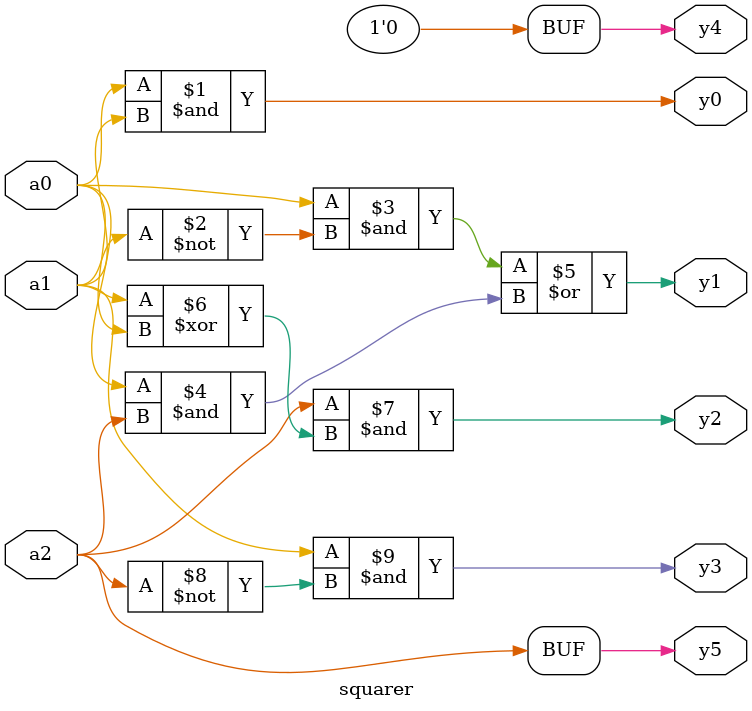
<source format=v>
`timescale 1ns / 1ps

module squarer(input a0,a1,a2, output y0,y1,y2,y3,y4,y5);
wire w1,w2,w3,w4,w5;

assign y0=a0&a1;
assign y1=a0&(~a1) | a0&a2;
assign y2=a2&(a1^a0);
assign y3=a1&(~a2);
assign y4=0;
assign y5=a2;

endmodule

</source>
